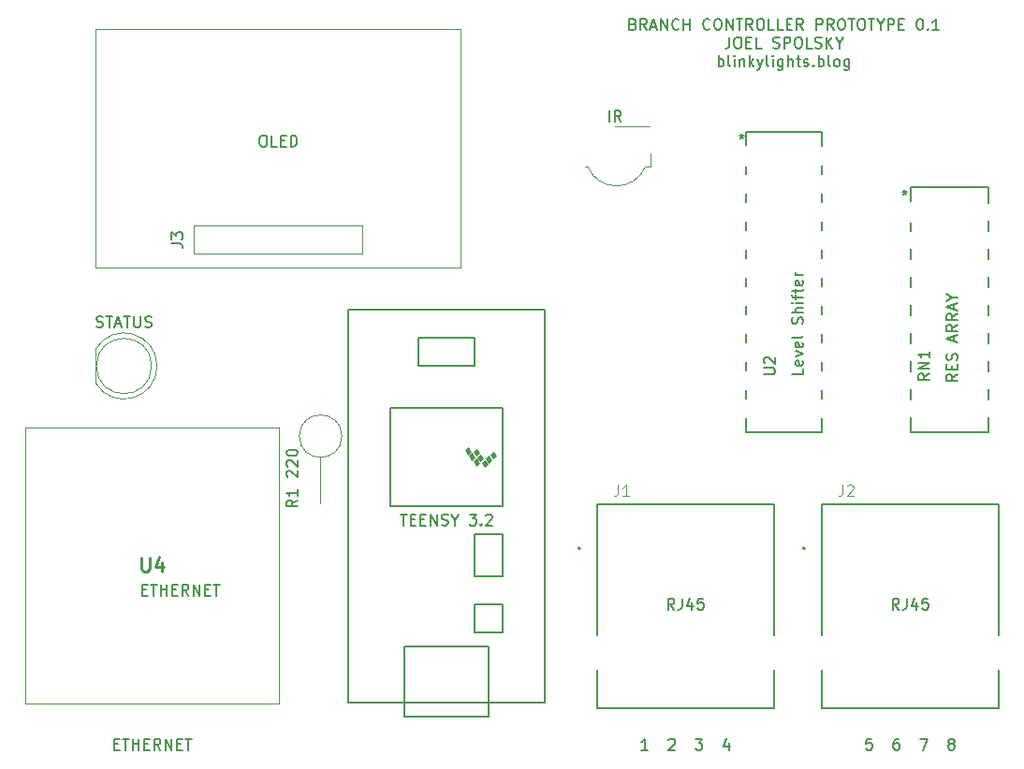
<source format=gbr>
G04 #@! TF.GenerationSoftware,KiCad,Pcbnew,(5.1.5-0-10_14)*
G04 #@! TF.CreationDate,2019-12-23T12:59:41-05:00*
G04 #@! TF.ProjectId,branchControllerPCB,6272616e-6368-4436-9f6e-74726f6c6c65,rev?*
G04 #@! TF.SameCoordinates,Original*
G04 #@! TF.FileFunction,Legend,Top*
G04 #@! TF.FilePolarity,Positive*
%FSLAX46Y46*%
G04 Gerber Fmt 4.6, Leading zero omitted, Abs format (unit mm)*
G04 Created by KiCad (PCBNEW (5.1.5-0-10_14)) date 2019-12-23 12:59:41*
%MOMM*%
%LPD*%
G04 APERTURE LIST*
%ADD10C,0.150000*%
%ADD11C,0.120000*%
%ADD12C,0.100000*%
%ADD13C,0.152400*%
%ADD14C,0.127000*%
%ADD15C,0.200000*%
%ADD16C,0.254000*%
%ADD17C,0.015000*%
G04 APERTURE END LIST*
D10*
X226393809Y-141692380D02*
X225917619Y-141692380D01*
X225870000Y-142168571D01*
X225917619Y-142120952D01*
X226012857Y-142073333D01*
X226250952Y-142073333D01*
X226346190Y-142120952D01*
X226393809Y-142168571D01*
X226441428Y-142263809D01*
X226441428Y-142501904D01*
X226393809Y-142597142D01*
X226346190Y-142644761D01*
X226250952Y-142692380D01*
X226012857Y-142692380D01*
X225917619Y-142644761D01*
X225870000Y-142597142D01*
X228822380Y-141692380D02*
X228631904Y-141692380D01*
X228536666Y-141740000D01*
X228489047Y-141787619D01*
X228393809Y-141930476D01*
X228346190Y-142120952D01*
X228346190Y-142501904D01*
X228393809Y-142597142D01*
X228441428Y-142644761D01*
X228536666Y-142692380D01*
X228727142Y-142692380D01*
X228822380Y-142644761D01*
X228870000Y-142597142D01*
X228917619Y-142501904D01*
X228917619Y-142263809D01*
X228870000Y-142168571D01*
X228822380Y-142120952D01*
X228727142Y-142073333D01*
X228536666Y-142073333D01*
X228441428Y-142120952D01*
X228393809Y-142168571D01*
X228346190Y-142263809D01*
X230774761Y-141692380D02*
X231441428Y-141692380D01*
X231012857Y-142692380D01*
X233489047Y-142120952D02*
X233393809Y-142073333D01*
X233346190Y-142025714D01*
X233298571Y-141930476D01*
X233298571Y-141882857D01*
X233346190Y-141787619D01*
X233393809Y-141740000D01*
X233489047Y-141692380D01*
X233679523Y-141692380D01*
X233774761Y-141740000D01*
X233822380Y-141787619D01*
X233870000Y-141882857D01*
X233870000Y-141930476D01*
X233822380Y-142025714D01*
X233774761Y-142073333D01*
X233679523Y-142120952D01*
X233489047Y-142120952D01*
X233393809Y-142168571D01*
X233346190Y-142216190D01*
X233298571Y-142311428D01*
X233298571Y-142501904D01*
X233346190Y-142597142D01*
X233393809Y-142644761D01*
X233489047Y-142692380D01*
X233679523Y-142692380D01*
X233774761Y-142644761D01*
X233822380Y-142597142D01*
X233870000Y-142501904D01*
X233870000Y-142311428D01*
X233822380Y-142216190D01*
X233774761Y-142168571D01*
X233679523Y-142120952D01*
X206121428Y-142692380D02*
X205550000Y-142692380D01*
X205835714Y-142692380D02*
X205835714Y-141692380D01*
X205740476Y-141835238D01*
X205645238Y-141930476D01*
X205550000Y-141978095D01*
X208026190Y-141787619D02*
X208073809Y-141740000D01*
X208169047Y-141692380D01*
X208407142Y-141692380D01*
X208502380Y-141740000D01*
X208550000Y-141787619D01*
X208597619Y-141882857D01*
X208597619Y-141978095D01*
X208550000Y-142120952D01*
X207978571Y-142692380D01*
X208597619Y-142692380D01*
X210454761Y-141692380D02*
X211073809Y-141692380D01*
X210740476Y-142073333D01*
X210883333Y-142073333D01*
X210978571Y-142120952D01*
X211026190Y-142168571D01*
X211073809Y-142263809D01*
X211073809Y-142501904D01*
X211026190Y-142597142D01*
X210978571Y-142644761D01*
X210883333Y-142692380D01*
X210597619Y-142692380D01*
X210502380Y-142644761D01*
X210454761Y-142597142D01*
X213454761Y-142025714D02*
X213454761Y-142692380D01*
X213216666Y-141644761D02*
X212978571Y-142359047D01*
X213597619Y-142359047D01*
X157861428Y-142168571D02*
X158194761Y-142168571D01*
X158337619Y-142692380D02*
X157861428Y-142692380D01*
X157861428Y-141692380D01*
X158337619Y-141692380D01*
X158623333Y-141692380D02*
X159194761Y-141692380D01*
X158909047Y-142692380D02*
X158909047Y-141692380D01*
X159528095Y-142692380D02*
X159528095Y-141692380D01*
X159528095Y-142168571D02*
X160099523Y-142168571D01*
X160099523Y-142692380D02*
X160099523Y-141692380D01*
X160575714Y-142168571D02*
X160909047Y-142168571D01*
X161051904Y-142692380D02*
X160575714Y-142692380D01*
X160575714Y-141692380D01*
X161051904Y-141692380D01*
X162051904Y-142692380D02*
X161718571Y-142216190D01*
X161480476Y-142692380D02*
X161480476Y-141692380D01*
X161861428Y-141692380D01*
X161956666Y-141740000D01*
X162004285Y-141787619D01*
X162051904Y-141882857D01*
X162051904Y-142025714D01*
X162004285Y-142120952D01*
X161956666Y-142168571D01*
X161861428Y-142216190D01*
X161480476Y-142216190D01*
X162480476Y-142692380D02*
X162480476Y-141692380D01*
X163051904Y-142692380D01*
X163051904Y-141692380D01*
X163528095Y-142168571D02*
X163861428Y-142168571D01*
X164004285Y-142692380D02*
X163528095Y-142692380D01*
X163528095Y-141692380D01*
X164004285Y-141692380D01*
X164290000Y-141692380D02*
X164861428Y-141692380D01*
X164575714Y-142692380D02*
X164575714Y-141692380D01*
X204797142Y-77018571D02*
X204940000Y-77066190D01*
X204987619Y-77113809D01*
X205035238Y-77209047D01*
X205035238Y-77351904D01*
X204987619Y-77447142D01*
X204940000Y-77494761D01*
X204844761Y-77542380D01*
X204463809Y-77542380D01*
X204463809Y-76542380D01*
X204797142Y-76542380D01*
X204892380Y-76590000D01*
X204940000Y-76637619D01*
X204987619Y-76732857D01*
X204987619Y-76828095D01*
X204940000Y-76923333D01*
X204892380Y-76970952D01*
X204797142Y-77018571D01*
X204463809Y-77018571D01*
X206035238Y-77542380D02*
X205701904Y-77066190D01*
X205463809Y-77542380D02*
X205463809Y-76542380D01*
X205844761Y-76542380D01*
X205940000Y-76590000D01*
X205987619Y-76637619D01*
X206035238Y-76732857D01*
X206035238Y-76875714D01*
X205987619Y-76970952D01*
X205940000Y-77018571D01*
X205844761Y-77066190D01*
X205463809Y-77066190D01*
X206416190Y-77256666D02*
X206892380Y-77256666D01*
X206320952Y-77542380D02*
X206654285Y-76542380D01*
X206987619Y-77542380D01*
X207320952Y-77542380D02*
X207320952Y-76542380D01*
X207892380Y-77542380D01*
X207892380Y-76542380D01*
X208940000Y-77447142D02*
X208892380Y-77494761D01*
X208749523Y-77542380D01*
X208654285Y-77542380D01*
X208511428Y-77494761D01*
X208416190Y-77399523D01*
X208368571Y-77304285D01*
X208320952Y-77113809D01*
X208320952Y-76970952D01*
X208368571Y-76780476D01*
X208416190Y-76685238D01*
X208511428Y-76590000D01*
X208654285Y-76542380D01*
X208749523Y-76542380D01*
X208892380Y-76590000D01*
X208940000Y-76637619D01*
X209368571Y-77542380D02*
X209368571Y-76542380D01*
X209368571Y-77018571D02*
X209940000Y-77018571D01*
X209940000Y-77542380D02*
X209940000Y-76542380D01*
X211749523Y-77447142D02*
X211701904Y-77494761D01*
X211559047Y-77542380D01*
X211463809Y-77542380D01*
X211320952Y-77494761D01*
X211225714Y-77399523D01*
X211178095Y-77304285D01*
X211130476Y-77113809D01*
X211130476Y-76970952D01*
X211178095Y-76780476D01*
X211225714Y-76685238D01*
X211320952Y-76590000D01*
X211463809Y-76542380D01*
X211559047Y-76542380D01*
X211701904Y-76590000D01*
X211749523Y-76637619D01*
X212368571Y-76542380D02*
X212559047Y-76542380D01*
X212654285Y-76590000D01*
X212749523Y-76685238D01*
X212797142Y-76875714D01*
X212797142Y-77209047D01*
X212749523Y-77399523D01*
X212654285Y-77494761D01*
X212559047Y-77542380D01*
X212368571Y-77542380D01*
X212273333Y-77494761D01*
X212178095Y-77399523D01*
X212130476Y-77209047D01*
X212130476Y-76875714D01*
X212178095Y-76685238D01*
X212273333Y-76590000D01*
X212368571Y-76542380D01*
X213225714Y-77542380D02*
X213225714Y-76542380D01*
X213797142Y-77542380D01*
X213797142Y-76542380D01*
X214130476Y-76542380D02*
X214701904Y-76542380D01*
X214416190Y-77542380D02*
X214416190Y-76542380D01*
X215606666Y-77542380D02*
X215273333Y-77066190D01*
X215035238Y-77542380D02*
X215035238Y-76542380D01*
X215416190Y-76542380D01*
X215511428Y-76590000D01*
X215559047Y-76637619D01*
X215606666Y-76732857D01*
X215606666Y-76875714D01*
X215559047Y-76970952D01*
X215511428Y-77018571D01*
X215416190Y-77066190D01*
X215035238Y-77066190D01*
X216225714Y-76542380D02*
X216416190Y-76542380D01*
X216511428Y-76590000D01*
X216606666Y-76685238D01*
X216654285Y-76875714D01*
X216654285Y-77209047D01*
X216606666Y-77399523D01*
X216511428Y-77494761D01*
X216416190Y-77542380D01*
X216225714Y-77542380D01*
X216130476Y-77494761D01*
X216035238Y-77399523D01*
X215987619Y-77209047D01*
X215987619Y-76875714D01*
X216035238Y-76685238D01*
X216130476Y-76590000D01*
X216225714Y-76542380D01*
X217559047Y-77542380D02*
X217082857Y-77542380D01*
X217082857Y-76542380D01*
X218368571Y-77542380D02*
X217892380Y-77542380D01*
X217892380Y-76542380D01*
X218701904Y-77018571D02*
X219035238Y-77018571D01*
X219178095Y-77542380D02*
X218701904Y-77542380D01*
X218701904Y-76542380D01*
X219178095Y-76542380D01*
X220178095Y-77542380D02*
X219844761Y-77066190D01*
X219606666Y-77542380D02*
X219606666Y-76542380D01*
X219987619Y-76542380D01*
X220082857Y-76590000D01*
X220130476Y-76637619D01*
X220178095Y-76732857D01*
X220178095Y-76875714D01*
X220130476Y-76970952D01*
X220082857Y-77018571D01*
X219987619Y-77066190D01*
X219606666Y-77066190D01*
X221368571Y-77542380D02*
X221368571Y-76542380D01*
X221749523Y-76542380D01*
X221844761Y-76590000D01*
X221892380Y-76637619D01*
X221940000Y-76732857D01*
X221940000Y-76875714D01*
X221892380Y-76970952D01*
X221844761Y-77018571D01*
X221749523Y-77066190D01*
X221368571Y-77066190D01*
X222940000Y-77542380D02*
X222606666Y-77066190D01*
X222368571Y-77542380D02*
X222368571Y-76542380D01*
X222749523Y-76542380D01*
X222844761Y-76590000D01*
X222892380Y-76637619D01*
X222940000Y-76732857D01*
X222940000Y-76875714D01*
X222892380Y-76970952D01*
X222844761Y-77018571D01*
X222749523Y-77066190D01*
X222368571Y-77066190D01*
X223559047Y-76542380D02*
X223749523Y-76542380D01*
X223844761Y-76590000D01*
X223940000Y-76685238D01*
X223987619Y-76875714D01*
X223987619Y-77209047D01*
X223940000Y-77399523D01*
X223844761Y-77494761D01*
X223749523Y-77542380D01*
X223559047Y-77542380D01*
X223463809Y-77494761D01*
X223368571Y-77399523D01*
X223320952Y-77209047D01*
X223320952Y-76875714D01*
X223368571Y-76685238D01*
X223463809Y-76590000D01*
X223559047Y-76542380D01*
X224273333Y-76542380D02*
X224844761Y-76542380D01*
X224559047Y-77542380D02*
X224559047Y-76542380D01*
X225368571Y-76542380D02*
X225559047Y-76542380D01*
X225654285Y-76590000D01*
X225749523Y-76685238D01*
X225797142Y-76875714D01*
X225797142Y-77209047D01*
X225749523Y-77399523D01*
X225654285Y-77494761D01*
X225559047Y-77542380D01*
X225368571Y-77542380D01*
X225273333Y-77494761D01*
X225178095Y-77399523D01*
X225130476Y-77209047D01*
X225130476Y-76875714D01*
X225178095Y-76685238D01*
X225273333Y-76590000D01*
X225368571Y-76542380D01*
X226082857Y-76542380D02*
X226654285Y-76542380D01*
X226368571Y-77542380D02*
X226368571Y-76542380D01*
X227178095Y-77066190D02*
X227178095Y-77542380D01*
X226844761Y-76542380D02*
X227178095Y-77066190D01*
X227511428Y-76542380D01*
X227844761Y-77542380D02*
X227844761Y-76542380D01*
X228225714Y-76542380D01*
X228320952Y-76590000D01*
X228368571Y-76637619D01*
X228416190Y-76732857D01*
X228416190Y-76875714D01*
X228368571Y-76970952D01*
X228320952Y-77018571D01*
X228225714Y-77066190D01*
X227844761Y-77066190D01*
X228844761Y-77018571D02*
X229178095Y-77018571D01*
X229320952Y-77542380D02*
X228844761Y-77542380D01*
X228844761Y-76542380D01*
X229320952Y-76542380D01*
X230701904Y-76542380D02*
X230797142Y-76542380D01*
X230892380Y-76590000D01*
X230940000Y-76637619D01*
X230987619Y-76732857D01*
X231035238Y-76923333D01*
X231035238Y-77161428D01*
X230987619Y-77351904D01*
X230940000Y-77447142D01*
X230892380Y-77494761D01*
X230797142Y-77542380D01*
X230701904Y-77542380D01*
X230606666Y-77494761D01*
X230559047Y-77447142D01*
X230511428Y-77351904D01*
X230463809Y-77161428D01*
X230463809Y-76923333D01*
X230511428Y-76732857D01*
X230559047Y-76637619D01*
X230606666Y-76590000D01*
X230701904Y-76542380D01*
X231463809Y-77447142D02*
X231511428Y-77494761D01*
X231463809Y-77542380D01*
X231416190Y-77494761D01*
X231463809Y-77447142D01*
X231463809Y-77542380D01*
X232463809Y-77542380D02*
X231892380Y-77542380D01*
X232178095Y-77542380D02*
X232178095Y-76542380D01*
X232082857Y-76685238D01*
X231987619Y-76780476D01*
X231892380Y-76828095D01*
X213511428Y-78192380D02*
X213511428Y-78906666D01*
X213463809Y-79049523D01*
X213368571Y-79144761D01*
X213225714Y-79192380D01*
X213130476Y-79192380D01*
X214178095Y-78192380D02*
X214368571Y-78192380D01*
X214463809Y-78240000D01*
X214559047Y-78335238D01*
X214606666Y-78525714D01*
X214606666Y-78859047D01*
X214559047Y-79049523D01*
X214463809Y-79144761D01*
X214368571Y-79192380D01*
X214178095Y-79192380D01*
X214082857Y-79144761D01*
X213987619Y-79049523D01*
X213940000Y-78859047D01*
X213940000Y-78525714D01*
X213987619Y-78335238D01*
X214082857Y-78240000D01*
X214178095Y-78192380D01*
X215035238Y-78668571D02*
X215368571Y-78668571D01*
X215511428Y-79192380D02*
X215035238Y-79192380D01*
X215035238Y-78192380D01*
X215511428Y-78192380D01*
X216416190Y-79192380D02*
X215940000Y-79192380D01*
X215940000Y-78192380D01*
X217463809Y-79144761D02*
X217606666Y-79192380D01*
X217844761Y-79192380D01*
X217940000Y-79144761D01*
X217987619Y-79097142D01*
X218035238Y-79001904D01*
X218035238Y-78906666D01*
X217987619Y-78811428D01*
X217940000Y-78763809D01*
X217844761Y-78716190D01*
X217654285Y-78668571D01*
X217559047Y-78620952D01*
X217511428Y-78573333D01*
X217463809Y-78478095D01*
X217463809Y-78382857D01*
X217511428Y-78287619D01*
X217559047Y-78240000D01*
X217654285Y-78192380D01*
X217892380Y-78192380D01*
X218035238Y-78240000D01*
X218463809Y-79192380D02*
X218463809Y-78192380D01*
X218844761Y-78192380D01*
X218940000Y-78240000D01*
X218987619Y-78287619D01*
X219035238Y-78382857D01*
X219035238Y-78525714D01*
X218987619Y-78620952D01*
X218940000Y-78668571D01*
X218844761Y-78716190D01*
X218463809Y-78716190D01*
X219654285Y-78192380D02*
X219844761Y-78192380D01*
X219940000Y-78240000D01*
X220035238Y-78335238D01*
X220082857Y-78525714D01*
X220082857Y-78859047D01*
X220035238Y-79049523D01*
X219940000Y-79144761D01*
X219844761Y-79192380D01*
X219654285Y-79192380D01*
X219559047Y-79144761D01*
X219463809Y-79049523D01*
X219416190Y-78859047D01*
X219416190Y-78525714D01*
X219463809Y-78335238D01*
X219559047Y-78240000D01*
X219654285Y-78192380D01*
X220987619Y-79192380D02*
X220511428Y-79192380D01*
X220511428Y-78192380D01*
X221273333Y-79144761D02*
X221416190Y-79192380D01*
X221654285Y-79192380D01*
X221749523Y-79144761D01*
X221797142Y-79097142D01*
X221844761Y-79001904D01*
X221844761Y-78906666D01*
X221797142Y-78811428D01*
X221749523Y-78763809D01*
X221654285Y-78716190D01*
X221463809Y-78668571D01*
X221368571Y-78620952D01*
X221320952Y-78573333D01*
X221273333Y-78478095D01*
X221273333Y-78382857D01*
X221320952Y-78287619D01*
X221368571Y-78240000D01*
X221463809Y-78192380D01*
X221701904Y-78192380D01*
X221844761Y-78240000D01*
X222273333Y-79192380D02*
X222273333Y-78192380D01*
X222844761Y-79192380D02*
X222416190Y-78620952D01*
X222844761Y-78192380D02*
X222273333Y-78763809D01*
X223463809Y-78716190D02*
X223463809Y-79192380D01*
X223130476Y-78192380D02*
X223463809Y-78716190D01*
X223797142Y-78192380D01*
X212535238Y-80842380D02*
X212535238Y-79842380D01*
X212535238Y-80223333D02*
X212630476Y-80175714D01*
X212820952Y-80175714D01*
X212916190Y-80223333D01*
X212963809Y-80270952D01*
X213011428Y-80366190D01*
X213011428Y-80651904D01*
X212963809Y-80747142D01*
X212916190Y-80794761D01*
X212820952Y-80842380D01*
X212630476Y-80842380D01*
X212535238Y-80794761D01*
X213582857Y-80842380D02*
X213487619Y-80794761D01*
X213440000Y-80699523D01*
X213440000Y-79842380D01*
X213963809Y-80842380D02*
X213963809Y-80175714D01*
X213963809Y-79842380D02*
X213916190Y-79890000D01*
X213963809Y-79937619D01*
X214011428Y-79890000D01*
X213963809Y-79842380D01*
X213963809Y-79937619D01*
X214440000Y-80175714D02*
X214440000Y-80842380D01*
X214440000Y-80270952D02*
X214487619Y-80223333D01*
X214582857Y-80175714D01*
X214725714Y-80175714D01*
X214820952Y-80223333D01*
X214868571Y-80318571D01*
X214868571Y-80842380D01*
X215344761Y-80842380D02*
X215344761Y-79842380D01*
X215440000Y-80461428D02*
X215725714Y-80842380D01*
X215725714Y-80175714D02*
X215344761Y-80556666D01*
X216059047Y-80175714D02*
X216297142Y-80842380D01*
X216535238Y-80175714D02*
X216297142Y-80842380D01*
X216201904Y-81080476D01*
X216154285Y-81128095D01*
X216059047Y-81175714D01*
X217059047Y-80842380D02*
X216963809Y-80794761D01*
X216916190Y-80699523D01*
X216916190Y-79842380D01*
X217440000Y-80842380D02*
X217440000Y-80175714D01*
X217440000Y-79842380D02*
X217392380Y-79890000D01*
X217440000Y-79937619D01*
X217487619Y-79890000D01*
X217440000Y-79842380D01*
X217440000Y-79937619D01*
X218344761Y-80175714D02*
X218344761Y-80985238D01*
X218297142Y-81080476D01*
X218249523Y-81128095D01*
X218154285Y-81175714D01*
X218011428Y-81175714D01*
X217916190Y-81128095D01*
X218344761Y-80794761D02*
X218249523Y-80842380D01*
X218059047Y-80842380D01*
X217963809Y-80794761D01*
X217916190Y-80747142D01*
X217868571Y-80651904D01*
X217868571Y-80366190D01*
X217916190Y-80270952D01*
X217963809Y-80223333D01*
X218059047Y-80175714D01*
X218249523Y-80175714D01*
X218344761Y-80223333D01*
X218820952Y-80842380D02*
X218820952Y-79842380D01*
X219249523Y-80842380D02*
X219249523Y-80318571D01*
X219201904Y-80223333D01*
X219106666Y-80175714D01*
X218963809Y-80175714D01*
X218868571Y-80223333D01*
X218820952Y-80270952D01*
X219582857Y-80175714D02*
X219963809Y-80175714D01*
X219725714Y-79842380D02*
X219725714Y-80699523D01*
X219773333Y-80794761D01*
X219868571Y-80842380D01*
X219963809Y-80842380D01*
X220249523Y-80794761D02*
X220344761Y-80842380D01*
X220535238Y-80842380D01*
X220630476Y-80794761D01*
X220678095Y-80699523D01*
X220678095Y-80651904D01*
X220630476Y-80556666D01*
X220535238Y-80509047D01*
X220392380Y-80509047D01*
X220297142Y-80461428D01*
X220249523Y-80366190D01*
X220249523Y-80318571D01*
X220297142Y-80223333D01*
X220392380Y-80175714D01*
X220535238Y-80175714D01*
X220630476Y-80223333D01*
X221106666Y-80747142D02*
X221154285Y-80794761D01*
X221106666Y-80842380D01*
X221059047Y-80794761D01*
X221106666Y-80747142D01*
X221106666Y-80842380D01*
X221582857Y-80842380D02*
X221582857Y-79842380D01*
X221582857Y-80223333D02*
X221678095Y-80175714D01*
X221868571Y-80175714D01*
X221963809Y-80223333D01*
X222011428Y-80270952D01*
X222059047Y-80366190D01*
X222059047Y-80651904D01*
X222011428Y-80747142D01*
X221963809Y-80794761D01*
X221868571Y-80842380D01*
X221678095Y-80842380D01*
X221582857Y-80794761D01*
X222630476Y-80842380D02*
X222535238Y-80794761D01*
X222487619Y-80699523D01*
X222487619Y-79842380D01*
X223154285Y-80842380D02*
X223059047Y-80794761D01*
X223011428Y-80747142D01*
X222963809Y-80651904D01*
X222963809Y-80366190D01*
X223011428Y-80270952D01*
X223059047Y-80223333D01*
X223154285Y-80175714D01*
X223297142Y-80175714D01*
X223392380Y-80223333D01*
X223440000Y-80270952D01*
X223487619Y-80366190D01*
X223487619Y-80651904D01*
X223440000Y-80747142D01*
X223392380Y-80794761D01*
X223297142Y-80842380D01*
X223154285Y-80842380D01*
X224344761Y-80175714D02*
X224344761Y-80985238D01*
X224297142Y-81080476D01*
X224249523Y-81128095D01*
X224154285Y-81175714D01*
X224011428Y-81175714D01*
X223916190Y-81128095D01*
X224344761Y-80794761D02*
X224249523Y-80842380D01*
X224059047Y-80842380D01*
X223963809Y-80794761D01*
X223916190Y-80747142D01*
X223868571Y-80651904D01*
X223868571Y-80366190D01*
X223916190Y-80270952D01*
X223963809Y-80223333D01*
X224059047Y-80175714D01*
X224249523Y-80175714D01*
X224344761Y-80223333D01*
X171267619Y-87082380D02*
X171458095Y-87082380D01*
X171553333Y-87130000D01*
X171648571Y-87225238D01*
X171696190Y-87415714D01*
X171696190Y-87749047D01*
X171648571Y-87939523D01*
X171553333Y-88034761D01*
X171458095Y-88082380D01*
X171267619Y-88082380D01*
X171172380Y-88034761D01*
X171077142Y-87939523D01*
X171029523Y-87749047D01*
X171029523Y-87415714D01*
X171077142Y-87225238D01*
X171172380Y-87130000D01*
X171267619Y-87082380D01*
X172600952Y-88082380D02*
X172124761Y-88082380D01*
X172124761Y-87082380D01*
X172934285Y-87558571D02*
X173267619Y-87558571D01*
X173410476Y-88082380D02*
X172934285Y-88082380D01*
X172934285Y-87082380D01*
X173410476Y-87082380D01*
X173839047Y-88082380D02*
X173839047Y-87082380D01*
X174077142Y-87082380D01*
X174220000Y-87130000D01*
X174315238Y-87225238D01*
X174362857Y-87320476D01*
X174410476Y-87510952D01*
X174410476Y-87653809D01*
X174362857Y-87844285D01*
X174315238Y-87939523D01*
X174220000Y-88034761D01*
X174077142Y-88082380D01*
X173839047Y-88082380D01*
X160401428Y-128198571D02*
X160734761Y-128198571D01*
X160877619Y-128722380D02*
X160401428Y-128722380D01*
X160401428Y-127722380D01*
X160877619Y-127722380D01*
X161163333Y-127722380D02*
X161734761Y-127722380D01*
X161449047Y-128722380D02*
X161449047Y-127722380D01*
X162068095Y-128722380D02*
X162068095Y-127722380D01*
X162068095Y-128198571D02*
X162639523Y-128198571D01*
X162639523Y-128722380D02*
X162639523Y-127722380D01*
X163115714Y-128198571D02*
X163449047Y-128198571D01*
X163591904Y-128722380D02*
X163115714Y-128722380D01*
X163115714Y-127722380D01*
X163591904Y-127722380D01*
X164591904Y-128722380D02*
X164258571Y-128246190D01*
X164020476Y-128722380D02*
X164020476Y-127722380D01*
X164401428Y-127722380D01*
X164496666Y-127770000D01*
X164544285Y-127817619D01*
X164591904Y-127912857D01*
X164591904Y-128055714D01*
X164544285Y-128150952D01*
X164496666Y-128198571D01*
X164401428Y-128246190D01*
X164020476Y-128246190D01*
X165020476Y-128722380D02*
X165020476Y-127722380D01*
X165591904Y-128722380D01*
X165591904Y-127722380D01*
X166068095Y-128198571D02*
X166401428Y-128198571D01*
X166544285Y-128722380D02*
X166068095Y-128722380D01*
X166068095Y-127722380D01*
X166544285Y-127722380D01*
X166830000Y-127722380D02*
X167401428Y-127722380D01*
X167115714Y-128722380D02*
X167115714Y-127722380D01*
X228846190Y-129992380D02*
X228512857Y-129516190D01*
X228274761Y-129992380D02*
X228274761Y-128992380D01*
X228655714Y-128992380D01*
X228750952Y-129040000D01*
X228798571Y-129087619D01*
X228846190Y-129182857D01*
X228846190Y-129325714D01*
X228798571Y-129420952D01*
X228750952Y-129468571D01*
X228655714Y-129516190D01*
X228274761Y-129516190D01*
X229560476Y-128992380D02*
X229560476Y-129706666D01*
X229512857Y-129849523D01*
X229417619Y-129944761D01*
X229274761Y-129992380D01*
X229179523Y-129992380D01*
X230465238Y-129325714D02*
X230465238Y-129992380D01*
X230227142Y-128944761D02*
X229989047Y-129659047D01*
X230608095Y-129659047D01*
X231465238Y-128992380D02*
X230989047Y-128992380D01*
X230941428Y-129468571D01*
X230989047Y-129420952D01*
X231084285Y-129373333D01*
X231322380Y-129373333D01*
X231417619Y-129420952D01*
X231465238Y-129468571D01*
X231512857Y-129563809D01*
X231512857Y-129801904D01*
X231465238Y-129897142D01*
X231417619Y-129944761D01*
X231322380Y-129992380D01*
X231084285Y-129992380D01*
X230989047Y-129944761D01*
X230941428Y-129897142D01*
X208526190Y-129992380D02*
X208192857Y-129516190D01*
X207954761Y-129992380D02*
X207954761Y-128992380D01*
X208335714Y-128992380D01*
X208430952Y-129040000D01*
X208478571Y-129087619D01*
X208526190Y-129182857D01*
X208526190Y-129325714D01*
X208478571Y-129420952D01*
X208430952Y-129468571D01*
X208335714Y-129516190D01*
X207954761Y-129516190D01*
X209240476Y-128992380D02*
X209240476Y-129706666D01*
X209192857Y-129849523D01*
X209097619Y-129944761D01*
X208954761Y-129992380D01*
X208859523Y-129992380D01*
X210145238Y-129325714D02*
X210145238Y-129992380D01*
X209907142Y-128944761D02*
X209669047Y-129659047D01*
X210288095Y-129659047D01*
X211145238Y-128992380D02*
X210669047Y-128992380D01*
X210621428Y-129468571D01*
X210669047Y-129420952D01*
X210764285Y-129373333D01*
X211002380Y-129373333D01*
X211097619Y-129420952D01*
X211145238Y-129468571D01*
X211192857Y-129563809D01*
X211192857Y-129801904D01*
X211145238Y-129897142D01*
X211097619Y-129944761D01*
X211002380Y-129992380D01*
X210764285Y-129992380D01*
X210669047Y-129944761D01*
X210621428Y-129897142D01*
D11*
X180340000Y-97790000D02*
X180340000Y-95250000D01*
X167640000Y-97790000D02*
X180340000Y-97790000D01*
X180340000Y-95250000D02*
X167640000Y-95250000D01*
X180340000Y-97790000D02*
X180340000Y-95250000D01*
X167640000Y-97790000D02*
X180340000Y-97790000D01*
X165100000Y-95250000D02*
X165100000Y-97790000D01*
X165100000Y-95250000D02*
X167640000Y-95250000D01*
X165100000Y-97790000D02*
X165100000Y-95250000D01*
X167640000Y-97790000D02*
X165100000Y-97790000D01*
X165100000Y-97790000D02*
X167640000Y-97790000D01*
X189230000Y-77470000D02*
X189230000Y-99060000D01*
X156210000Y-77470000D02*
X189230000Y-77470000D01*
X156210000Y-99060000D02*
X156210000Y-77470000D01*
X156210000Y-99060000D02*
X189230000Y-99060000D01*
D10*
X191770000Y-138430000D02*
X191770000Y-139700000D01*
X191770000Y-139700000D02*
X184150000Y-139700000D01*
X184150000Y-139700000D02*
X184150000Y-138430000D01*
X193040000Y-127000000D02*
X193040000Y-123190000D01*
X193040000Y-123190000D02*
X190500000Y-123190000D01*
X190500000Y-123190000D02*
X190500000Y-127000000D01*
X190500000Y-127000000D02*
X193040000Y-127000000D01*
X191770000Y-133350000D02*
X184150000Y-133350000D01*
X184150000Y-133350000D02*
X184150000Y-138430000D01*
X191770000Y-133350000D02*
X191770000Y-138430000D01*
X193040000Y-132080000D02*
X193040000Y-129540000D01*
X193040000Y-129540000D02*
X190500000Y-129540000D01*
X190500000Y-129540000D02*
X190500000Y-132080000D01*
X190500000Y-132080000D02*
X193040000Y-132080000D01*
X185420000Y-105410000D02*
X190500000Y-105410000D01*
X190500000Y-105410000D02*
X190500000Y-107950000D01*
X190500000Y-107950000D02*
X185420000Y-107950000D01*
X185420000Y-107950000D02*
X185420000Y-105410000D01*
X193040000Y-111760000D02*
X182880000Y-111760000D01*
X182880000Y-120650000D02*
X193040000Y-120650000D01*
X182880000Y-111760000D02*
X182880000Y-120650000D01*
X193040000Y-111760000D02*
X193040000Y-120650000D01*
X179070000Y-138430000D02*
X179070000Y-102870000D01*
X179070000Y-102870000D02*
X196850000Y-102870000D01*
X196850000Y-102870000D02*
X196850000Y-138430000D01*
X196850000Y-138430000D02*
X179070000Y-138430000D01*
D12*
G36*
X190881000Y-116713000D02*
G01*
X190627000Y-116967000D01*
X190373000Y-116586000D01*
X190627000Y-116332000D01*
X190881000Y-116713000D01*
G37*
X190881000Y-116713000D02*
X190627000Y-116967000D01*
X190373000Y-116586000D01*
X190627000Y-116332000D01*
X190881000Y-116713000D01*
G36*
X191262000Y-116332000D02*
G01*
X191008000Y-116586000D01*
X190754000Y-116205000D01*
X191008000Y-115951000D01*
X191262000Y-116332000D01*
G37*
X191262000Y-116332000D02*
X191008000Y-116586000D01*
X190754000Y-116205000D01*
X191008000Y-115951000D01*
X191262000Y-116332000D01*
G36*
X190119000Y-115697000D02*
G01*
X189865000Y-115951000D01*
X189611000Y-115570000D01*
X189865000Y-115316000D01*
X190119000Y-115697000D01*
G37*
X190119000Y-115697000D02*
X189865000Y-115951000D01*
X189611000Y-115570000D01*
X189865000Y-115316000D01*
X190119000Y-115697000D01*
G36*
X192024000Y-116459000D02*
G01*
X191770000Y-116713000D01*
X191516000Y-116332000D01*
X191770000Y-116078000D01*
X192024000Y-116459000D01*
G37*
X192024000Y-116459000D02*
X191770000Y-116713000D01*
X191516000Y-116332000D01*
X191770000Y-116078000D01*
X192024000Y-116459000D01*
G36*
X190500000Y-116205000D02*
G01*
X190246000Y-116459000D01*
X189992000Y-116078000D01*
X190246000Y-115824000D01*
X190500000Y-116205000D01*
G37*
X190500000Y-116205000D02*
X190246000Y-116459000D01*
X189992000Y-116078000D01*
X190246000Y-115824000D01*
X190500000Y-116205000D01*
G36*
X192405000Y-116078000D02*
G01*
X192151000Y-116332000D01*
X191897000Y-115951000D01*
X192151000Y-115697000D01*
X192405000Y-116078000D01*
G37*
X192405000Y-116078000D02*
X192151000Y-116332000D01*
X191897000Y-115951000D01*
X192151000Y-115697000D01*
X192405000Y-116078000D01*
G36*
X191643000Y-116840000D02*
G01*
X191389000Y-117094000D01*
X191135000Y-116713000D01*
X191389000Y-116459000D01*
X191643000Y-116840000D01*
G37*
X191643000Y-116840000D02*
X191389000Y-117094000D01*
X191135000Y-116713000D01*
X191389000Y-116459000D01*
X191643000Y-116840000D01*
G36*
X190881000Y-115824000D02*
G01*
X190627000Y-116078000D01*
X190373000Y-115697000D01*
X190627000Y-115443000D01*
X190881000Y-115824000D01*
G37*
X190881000Y-115824000D02*
X190627000Y-116078000D01*
X190373000Y-115697000D01*
X190627000Y-115443000D01*
X190881000Y-115824000D01*
X172790000Y-138480000D02*
X149790000Y-138480000D01*
X149790000Y-138480000D02*
X149790000Y-113480000D01*
X149790000Y-113480000D02*
X172790000Y-113480000D01*
X172790000Y-113480000D02*
X172790000Y-138480000D01*
D11*
X200700000Y-89930000D02*
X200480000Y-89930000D01*
X200700000Y-89930000D02*
G75*
G03X205900000Y-89930000I2600000J1100000D01*
G01*
X206280000Y-86270000D02*
X203200000Y-86270000D01*
X206360000Y-89930000D02*
X205900000Y-89930000D01*
X206360000Y-89930000D02*
X206360000Y-88730000D01*
D13*
X215011000Y-113919000D02*
X221869000Y-113919000D01*
X221869000Y-113919000D02*
X221869000Y-112663383D01*
X221869000Y-86741000D02*
X215011000Y-86741000D01*
X215011000Y-86741000D02*
X215011000Y-87919560D01*
X215011000Y-89880440D02*
X215011000Y-90536617D01*
X215011000Y-92343383D02*
X215011000Y-93076617D01*
X215011000Y-94883383D02*
X215011000Y-95616617D01*
X215011000Y-97423383D02*
X215011000Y-98156617D01*
X215011000Y-99963383D02*
X215011000Y-100696617D01*
X215011000Y-102503383D02*
X215011000Y-103236617D01*
X215011000Y-105043383D02*
X215011000Y-105776617D01*
X215011000Y-107583383D02*
X215011000Y-108316617D01*
X215011000Y-110123383D02*
X215011000Y-110856617D01*
X215011000Y-112663383D02*
X215011000Y-113919000D01*
X221869000Y-110856617D02*
X221869000Y-110123383D01*
X221869000Y-108316617D02*
X221869000Y-107583383D01*
X221869000Y-105776617D02*
X221869000Y-105043383D01*
X221869000Y-103236617D02*
X221869000Y-102503383D01*
X221869000Y-100696617D02*
X221869000Y-99963383D01*
X221869000Y-98156617D02*
X221869000Y-97423383D01*
X221869000Y-95616617D02*
X221869000Y-94883383D01*
X221869000Y-93076617D02*
X221869000Y-92343383D01*
X221869000Y-90536617D02*
X221869000Y-89803383D01*
X221869000Y-87996617D02*
X221869000Y-86741000D01*
X229933500Y-113982500D02*
X236918500Y-113982500D01*
X236918500Y-113982500D02*
X236918500Y-112556649D01*
X236918500Y-91757500D02*
X229933500Y-91757500D01*
X229933500Y-91757500D02*
X229933500Y-92999560D01*
X229933500Y-94960440D02*
X229933500Y-95723351D01*
X229933500Y-97316649D02*
X229933500Y-98263351D01*
X229933500Y-99856649D02*
X229933500Y-100803351D01*
X229933500Y-102396649D02*
X229933500Y-103343351D01*
X229933500Y-104936649D02*
X229933500Y-105883351D01*
X229933500Y-107476649D02*
X229933500Y-108423351D01*
X229933500Y-110016649D02*
X229933500Y-110963351D01*
X229933500Y-112556649D02*
X229933500Y-113982500D01*
X236918500Y-110963351D02*
X236918500Y-110016649D01*
X236918500Y-108423351D02*
X236918500Y-107476649D01*
X236918500Y-105883351D02*
X236918500Y-104936649D01*
X236918500Y-103343351D02*
X236918500Y-102396649D01*
X236918500Y-100803351D02*
X236918500Y-99856649D01*
X236918500Y-98263351D02*
X236918500Y-97316649D01*
X236918500Y-95723351D02*
X236918500Y-94776649D01*
X236918500Y-93183351D02*
X236918500Y-91757500D01*
D11*
X176530000Y-116220000D02*
X176530000Y-120420000D01*
X178450000Y-114300000D02*
G75*
G03X178450000Y-114300000I-1920000J0D01*
G01*
D14*
X221870000Y-120440000D02*
X237870000Y-120440000D01*
X237870000Y-120440000D02*
X237870000Y-132290000D01*
X237870000Y-135430000D02*
X237870000Y-138940000D01*
X237870000Y-138940000D02*
X221870000Y-138940000D01*
X221870000Y-138940000D02*
X221870000Y-135430000D01*
X221870000Y-132290000D02*
X221870000Y-120440000D01*
D15*
X220350000Y-124460000D02*
G75*
G03X220350000Y-124460000I-100000J0D01*
G01*
X200030000Y-124460000D02*
G75*
G03X200030000Y-124460000I-100000J0D01*
G01*
D14*
X201550000Y-132290000D02*
X201550000Y-120440000D01*
X201550000Y-138940000D02*
X201550000Y-135430000D01*
X217550000Y-138940000D02*
X201550000Y-138940000D01*
X217550000Y-135430000D02*
X217550000Y-138940000D01*
X217550000Y-120440000D02*
X217550000Y-132290000D01*
X201550000Y-120440000D02*
X217550000Y-120440000D01*
D11*
X156190000Y-106405000D02*
X156190000Y-109495000D01*
X161250000Y-107950000D02*
G75*
G03X161250000Y-107950000I-2500000J0D01*
G01*
X161740000Y-107949538D02*
G75*
G02X156190000Y-109494830I-2990000J-462D01*
G01*
X161740000Y-107950462D02*
G75*
G03X156190000Y-106405170I-2990000J462D01*
G01*
D10*
X163052380Y-96853333D02*
X163766666Y-96853333D01*
X163909523Y-96900952D01*
X164004761Y-96996190D01*
X164052380Y-97139047D01*
X164052380Y-97234285D01*
X163052380Y-96472380D02*
X163052380Y-95853333D01*
X163433333Y-96186666D01*
X163433333Y-96043809D01*
X163480952Y-95948571D01*
X163528571Y-95900952D01*
X163623809Y-95853333D01*
X163861904Y-95853333D01*
X163957142Y-95900952D01*
X164004761Y-95948571D01*
X164052380Y-96043809D01*
X164052380Y-96329523D01*
X164004761Y-96424761D01*
X163957142Y-96472380D01*
X183769523Y-121372380D02*
X184340952Y-121372380D01*
X184055238Y-122372380D02*
X184055238Y-121372380D01*
X184674285Y-121848571D02*
X185007619Y-121848571D01*
X185150476Y-122372380D02*
X184674285Y-122372380D01*
X184674285Y-121372380D01*
X185150476Y-121372380D01*
X185579047Y-121848571D02*
X185912380Y-121848571D01*
X186055238Y-122372380D02*
X185579047Y-122372380D01*
X185579047Y-121372380D01*
X186055238Y-121372380D01*
X186483809Y-122372380D02*
X186483809Y-121372380D01*
X187055238Y-122372380D01*
X187055238Y-121372380D01*
X187483809Y-122324761D02*
X187626666Y-122372380D01*
X187864761Y-122372380D01*
X187960000Y-122324761D01*
X188007619Y-122277142D01*
X188055238Y-122181904D01*
X188055238Y-122086666D01*
X188007619Y-121991428D01*
X187960000Y-121943809D01*
X187864761Y-121896190D01*
X187674285Y-121848571D01*
X187579047Y-121800952D01*
X187531428Y-121753333D01*
X187483809Y-121658095D01*
X187483809Y-121562857D01*
X187531428Y-121467619D01*
X187579047Y-121420000D01*
X187674285Y-121372380D01*
X187912380Y-121372380D01*
X188055238Y-121420000D01*
X188674285Y-121896190D02*
X188674285Y-122372380D01*
X188340952Y-121372380D02*
X188674285Y-121896190D01*
X189007619Y-121372380D01*
X190007619Y-121372380D02*
X190626666Y-121372380D01*
X190293333Y-121753333D01*
X190436190Y-121753333D01*
X190531428Y-121800952D01*
X190579047Y-121848571D01*
X190626666Y-121943809D01*
X190626666Y-122181904D01*
X190579047Y-122277142D01*
X190531428Y-122324761D01*
X190436190Y-122372380D01*
X190150476Y-122372380D01*
X190055238Y-122324761D01*
X190007619Y-122277142D01*
X191055238Y-122277142D02*
X191102857Y-122324761D01*
X191055238Y-122372380D01*
X191007619Y-122324761D01*
X191055238Y-122277142D01*
X191055238Y-122372380D01*
X191483809Y-121467619D02*
X191531428Y-121420000D01*
X191626666Y-121372380D01*
X191864761Y-121372380D01*
X191960000Y-121420000D01*
X192007619Y-121467619D01*
X192055238Y-121562857D01*
X192055238Y-121658095D01*
X192007619Y-121800952D01*
X191436190Y-122372380D01*
X192055238Y-122372380D01*
D16*
X160322380Y-125284523D02*
X160322380Y-126312619D01*
X160382857Y-126433571D01*
X160443333Y-126494047D01*
X160564285Y-126554523D01*
X160806190Y-126554523D01*
X160927142Y-126494047D01*
X160987619Y-126433571D01*
X161048095Y-126312619D01*
X161048095Y-125284523D01*
X162197142Y-125707857D02*
X162197142Y-126554523D01*
X161894761Y-125224047D02*
X161592380Y-126131190D01*
X162378571Y-126131190D01*
D10*
X202660000Y-85832380D02*
X202660000Y-84832380D01*
X203707619Y-85832380D02*
X203374285Y-85356190D01*
X203136190Y-85832380D02*
X203136190Y-84832380D01*
X203517142Y-84832380D01*
X203612380Y-84880000D01*
X203660000Y-84927619D01*
X203707619Y-85022857D01*
X203707619Y-85165714D01*
X203660000Y-85260952D01*
X203612380Y-85308571D01*
X203517142Y-85356190D01*
X203136190Y-85356190D01*
X216622380Y-108711904D02*
X217431904Y-108711904D01*
X217527142Y-108664285D01*
X217574761Y-108616666D01*
X217622380Y-108521428D01*
X217622380Y-108330952D01*
X217574761Y-108235714D01*
X217527142Y-108188095D01*
X217431904Y-108140476D01*
X216622380Y-108140476D01*
X216717619Y-107711904D02*
X216670000Y-107664285D01*
X216622380Y-107569047D01*
X216622380Y-107330952D01*
X216670000Y-107235714D01*
X216717619Y-107188095D01*
X216812857Y-107140476D01*
X216908095Y-107140476D01*
X217050952Y-107188095D01*
X217622380Y-107759523D01*
X217622380Y-107140476D01*
X220162380Y-108187619D02*
X220162380Y-108663809D01*
X219162380Y-108663809D01*
X220114761Y-107473333D02*
X220162380Y-107568571D01*
X220162380Y-107759047D01*
X220114761Y-107854285D01*
X220019523Y-107901904D01*
X219638571Y-107901904D01*
X219543333Y-107854285D01*
X219495714Y-107759047D01*
X219495714Y-107568571D01*
X219543333Y-107473333D01*
X219638571Y-107425714D01*
X219733809Y-107425714D01*
X219829047Y-107901904D01*
X219495714Y-107092380D02*
X220162380Y-106854285D01*
X219495714Y-106616190D01*
X220114761Y-105854285D02*
X220162380Y-105949523D01*
X220162380Y-106140000D01*
X220114761Y-106235238D01*
X220019523Y-106282857D01*
X219638571Y-106282857D01*
X219543333Y-106235238D01*
X219495714Y-106140000D01*
X219495714Y-105949523D01*
X219543333Y-105854285D01*
X219638571Y-105806666D01*
X219733809Y-105806666D01*
X219829047Y-106282857D01*
X220162380Y-105235238D02*
X220114761Y-105330476D01*
X220019523Y-105378095D01*
X219162380Y-105378095D01*
X220114761Y-104140000D02*
X220162380Y-103997142D01*
X220162380Y-103759047D01*
X220114761Y-103663809D01*
X220067142Y-103616190D01*
X219971904Y-103568571D01*
X219876666Y-103568571D01*
X219781428Y-103616190D01*
X219733809Y-103663809D01*
X219686190Y-103759047D01*
X219638571Y-103949523D01*
X219590952Y-104044761D01*
X219543333Y-104092380D01*
X219448095Y-104140000D01*
X219352857Y-104140000D01*
X219257619Y-104092380D01*
X219210000Y-104044761D01*
X219162380Y-103949523D01*
X219162380Y-103711428D01*
X219210000Y-103568571D01*
X220162380Y-103140000D02*
X219162380Y-103140000D01*
X220162380Y-102711428D02*
X219638571Y-102711428D01*
X219543333Y-102759047D01*
X219495714Y-102854285D01*
X219495714Y-102997142D01*
X219543333Y-103092380D01*
X219590952Y-103140000D01*
X220162380Y-102235238D02*
X219495714Y-102235238D01*
X219162380Y-102235238D02*
X219210000Y-102282857D01*
X219257619Y-102235238D01*
X219210000Y-102187619D01*
X219162380Y-102235238D01*
X219257619Y-102235238D01*
X219495714Y-101901904D02*
X219495714Y-101520952D01*
X220162380Y-101759047D02*
X219305238Y-101759047D01*
X219210000Y-101711428D01*
X219162380Y-101616190D01*
X219162380Y-101520952D01*
X219495714Y-101330476D02*
X219495714Y-100949523D01*
X219162380Y-101187619D02*
X220019523Y-101187619D01*
X220114761Y-101140000D01*
X220162380Y-101044761D01*
X220162380Y-100949523D01*
X220114761Y-100235238D02*
X220162380Y-100330476D01*
X220162380Y-100520952D01*
X220114761Y-100616190D01*
X220019523Y-100663809D01*
X219638571Y-100663809D01*
X219543333Y-100616190D01*
X219495714Y-100520952D01*
X219495714Y-100330476D01*
X219543333Y-100235238D01*
X219638571Y-100187619D01*
X219733809Y-100187619D01*
X219829047Y-100663809D01*
X220162380Y-99759047D02*
X219495714Y-99759047D01*
X219686190Y-99759047D02*
X219590952Y-99711428D01*
X219543333Y-99663809D01*
X219495714Y-99568571D01*
X219495714Y-99473333D01*
X214630000Y-86942680D02*
X214630000Y-87180776D01*
X214391904Y-87085538D02*
X214630000Y-87180776D01*
X214868095Y-87085538D01*
X214487142Y-87371252D02*
X214630000Y-87180776D01*
X214772857Y-87371252D01*
X214630000Y-86942680D02*
X214630000Y-87180776D01*
X214391904Y-87085538D02*
X214630000Y-87180776D01*
X214868095Y-87085538D01*
X214487142Y-87371252D02*
X214630000Y-87180776D01*
X214772857Y-87371252D01*
X231592380Y-108640476D02*
X231116190Y-108973809D01*
X231592380Y-109211904D02*
X230592380Y-109211904D01*
X230592380Y-108830952D01*
X230640000Y-108735714D01*
X230687619Y-108688095D01*
X230782857Y-108640476D01*
X230925714Y-108640476D01*
X231020952Y-108688095D01*
X231068571Y-108735714D01*
X231116190Y-108830952D01*
X231116190Y-109211904D01*
X231592380Y-108211904D02*
X230592380Y-108211904D01*
X231592380Y-107640476D01*
X230592380Y-107640476D01*
X231592380Y-106640476D02*
X231592380Y-107211904D01*
X231592380Y-106926190D02*
X230592380Y-106926190D01*
X230735238Y-107021428D01*
X230830476Y-107116666D01*
X230878095Y-107211904D01*
X234132380Y-108695714D02*
X233656190Y-109029047D01*
X234132380Y-109267142D02*
X233132380Y-109267142D01*
X233132380Y-108886190D01*
X233180000Y-108790952D01*
X233227619Y-108743333D01*
X233322857Y-108695714D01*
X233465714Y-108695714D01*
X233560952Y-108743333D01*
X233608571Y-108790952D01*
X233656190Y-108886190D01*
X233656190Y-109267142D01*
X233608571Y-108267142D02*
X233608571Y-107933809D01*
X234132380Y-107790952D02*
X234132380Y-108267142D01*
X233132380Y-108267142D01*
X233132380Y-107790952D01*
X234084761Y-107410000D02*
X234132380Y-107267142D01*
X234132380Y-107029047D01*
X234084761Y-106933809D01*
X234037142Y-106886190D01*
X233941904Y-106838571D01*
X233846666Y-106838571D01*
X233751428Y-106886190D01*
X233703809Y-106933809D01*
X233656190Y-107029047D01*
X233608571Y-107219523D01*
X233560952Y-107314761D01*
X233513333Y-107362380D01*
X233418095Y-107410000D01*
X233322857Y-107410000D01*
X233227619Y-107362380D01*
X233180000Y-107314761D01*
X233132380Y-107219523D01*
X233132380Y-106981428D01*
X233180000Y-106838571D01*
X233846666Y-105695714D02*
X233846666Y-105219523D01*
X234132380Y-105790952D02*
X233132380Y-105457619D01*
X234132380Y-105124285D01*
X234132380Y-104219523D02*
X233656190Y-104552857D01*
X234132380Y-104790952D02*
X233132380Y-104790952D01*
X233132380Y-104410000D01*
X233180000Y-104314761D01*
X233227619Y-104267142D01*
X233322857Y-104219523D01*
X233465714Y-104219523D01*
X233560952Y-104267142D01*
X233608571Y-104314761D01*
X233656190Y-104410000D01*
X233656190Y-104790952D01*
X234132380Y-103219523D02*
X233656190Y-103552857D01*
X234132380Y-103790952D02*
X233132380Y-103790952D01*
X233132380Y-103410000D01*
X233180000Y-103314761D01*
X233227619Y-103267142D01*
X233322857Y-103219523D01*
X233465714Y-103219523D01*
X233560952Y-103267142D01*
X233608571Y-103314761D01*
X233656190Y-103410000D01*
X233656190Y-103790952D01*
X233846666Y-102838571D02*
X233846666Y-102362380D01*
X234132380Y-102933809D02*
X233132380Y-102600476D01*
X234132380Y-102267142D01*
X233656190Y-101743333D02*
X234132380Y-101743333D01*
X233132380Y-102076666D02*
X233656190Y-101743333D01*
X233132380Y-101410000D01*
X229362000Y-92022680D02*
X229362000Y-92260776D01*
X229123904Y-92165538D02*
X229362000Y-92260776D01*
X229600095Y-92165538D01*
X229219142Y-92451252D02*
X229362000Y-92260776D01*
X229504857Y-92451252D01*
X229362000Y-92022680D02*
X229362000Y-92260776D01*
X229123904Y-92165538D02*
X229362000Y-92260776D01*
X229600095Y-92165538D01*
X229219142Y-92451252D02*
X229362000Y-92260776D01*
X229504857Y-92451252D01*
X174442380Y-120086190D02*
X173966190Y-120419523D01*
X174442380Y-120657619D02*
X173442380Y-120657619D01*
X173442380Y-120276666D01*
X173490000Y-120181428D01*
X173537619Y-120133809D01*
X173632857Y-120086190D01*
X173775714Y-120086190D01*
X173870952Y-120133809D01*
X173918571Y-120181428D01*
X173966190Y-120276666D01*
X173966190Y-120657619D01*
X174442380Y-119133809D02*
X174442380Y-119705238D01*
X174442380Y-119419523D02*
X173442380Y-119419523D01*
X173585238Y-119514761D01*
X173680476Y-119610000D01*
X173728095Y-119705238D01*
X173537619Y-117990952D02*
X173490000Y-117943333D01*
X173442380Y-117848095D01*
X173442380Y-117610000D01*
X173490000Y-117514761D01*
X173537619Y-117467142D01*
X173632857Y-117419523D01*
X173728095Y-117419523D01*
X173870952Y-117467142D01*
X174442380Y-118038571D01*
X174442380Y-117419523D01*
X173537619Y-117038571D02*
X173490000Y-116990952D01*
X173442380Y-116895714D01*
X173442380Y-116657619D01*
X173490000Y-116562380D01*
X173537619Y-116514761D01*
X173632857Y-116467142D01*
X173728095Y-116467142D01*
X173870952Y-116514761D01*
X174442380Y-117086190D01*
X174442380Y-116467142D01*
X173442380Y-115848095D02*
X173442380Y-115752857D01*
X173490000Y-115657619D01*
X173537619Y-115610000D01*
X173632857Y-115562380D01*
X173823333Y-115514761D01*
X174061428Y-115514761D01*
X174251904Y-115562380D01*
X174347142Y-115610000D01*
X174394761Y-115657619D01*
X174442380Y-115752857D01*
X174442380Y-115848095D01*
X174394761Y-115943333D01*
X174347142Y-115990952D01*
X174251904Y-116038571D01*
X174061428Y-116086190D01*
X173823333Y-116086190D01*
X173632857Y-116038571D01*
X173537619Y-115990952D01*
X173490000Y-115943333D01*
X173442380Y-115848095D01*
D17*
X223750106Y-118712780D02*
X223750106Y-119427066D01*
X223702487Y-119569923D01*
X223607249Y-119665161D01*
X223464392Y-119712780D01*
X223369154Y-119712780D01*
X224178678Y-118808019D02*
X224226297Y-118760400D01*
X224321535Y-118712780D01*
X224559630Y-118712780D01*
X224654868Y-118760400D01*
X224702487Y-118808019D01*
X224750106Y-118903257D01*
X224750106Y-118998495D01*
X224702487Y-119141352D01*
X224131059Y-119712780D01*
X224750106Y-119712780D01*
X203430106Y-118712780D02*
X203430106Y-119427066D01*
X203382487Y-119569923D01*
X203287249Y-119665161D01*
X203144392Y-119712780D01*
X203049154Y-119712780D01*
X204430106Y-119712780D02*
X203858678Y-119712780D01*
X204144392Y-119712780D02*
X204144392Y-118712780D01*
X204049154Y-118855638D01*
X203953916Y-118950876D01*
X203858678Y-118998495D01*
D10*
X156273809Y-104394761D02*
X156416666Y-104442380D01*
X156654761Y-104442380D01*
X156750000Y-104394761D01*
X156797619Y-104347142D01*
X156845238Y-104251904D01*
X156845238Y-104156666D01*
X156797619Y-104061428D01*
X156750000Y-104013809D01*
X156654761Y-103966190D01*
X156464285Y-103918571D01*
X156369047Y-103870952D01*
X156321428Y-103823333D01*
X156273809Y-103728095D01*
X156273809Y-103632857D01*
X156321428Y-103537619D01*
X156369047Y-103490000D01*
X156464285Y-103442380D01*
X156702380Y-103442380D01*
X156845238Y-103490000D01*
X157130952Y-103442380D02*
X157702380Y-103442380D01*
X157416666Y-104442380D02*
X157416666Y-103442380D01*
X157988095Y-104156666D02*
X158464285Y-104156666D01*
X157892857Y-104442380D02*
X158226190Y-103442380D01*
X158559523Y-104442380D01*
X158750000Y-103442380D02*
X159321428Y-103442380D01*
X159035714Y-104442380D02*
X159035714Y-103442380D01*
X159654761Y-103442380D02*
X159654761Y-104251904D01*
X159702380Y-104347142D01*
X159750000Y-104394761D01*
X159845238Y-104442380D01*
X160035714Y-104442380D01*
X160130952Y-104394761D01*
X160178571Y-104347142D01*
X160226190Y-104251904D01*
X160226190Y-103442380D01*
X160654761Y-104394761D02*
X160797619Y-104442380D01*
X161035714Y-104442380D01*
X161130952Y-104394761D01*
X161178571Y-104347142D01*
X161226190Y-104251904D01*
X161226190Y-104156666D01*
X161178571Y-104061428D01*
X161130952Y-104013809D01*
X161035714Y-103966190D01*
X160845238Y-103918571D01*
X160750000Y-103870952D01*
X160702380Y-103823333D01*
X160654761Y-103728095D01*
X160654761Y-103632857D01*
X160702380Y-103537619D01*
X160750000Y-103490000D01*
X160845238Y-103442380D01*
X161083333Y-103442380D01*
X161226190Y-103490000D01*
M02*

</source>
